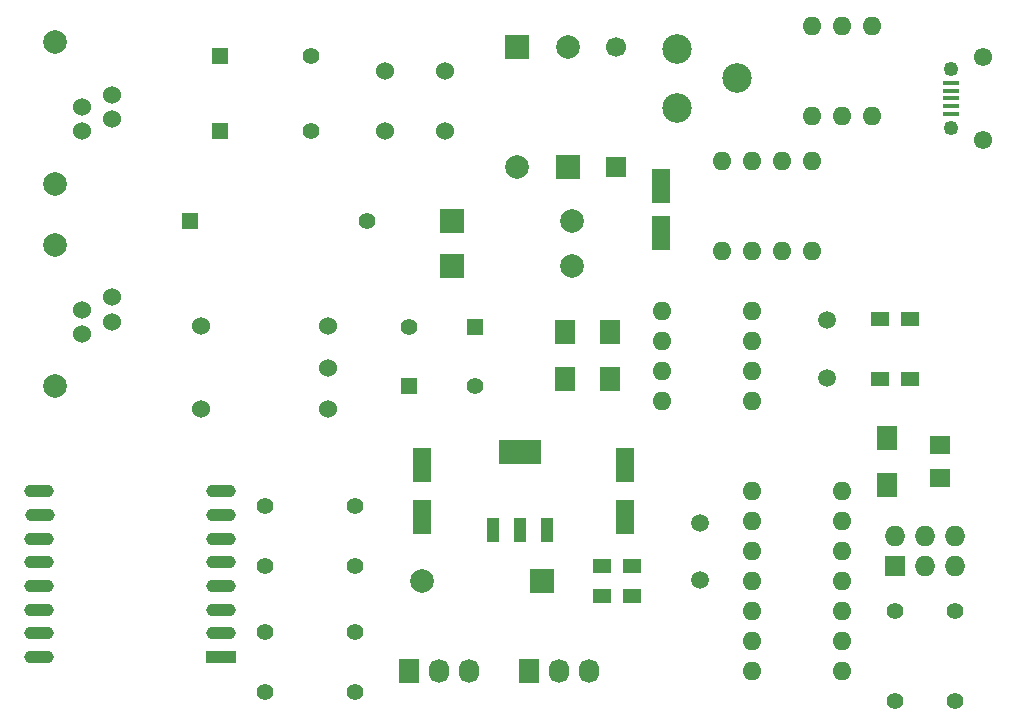
<source format=gts>
G04 #@! TF.FileFunction,Soldermask,Top*
%FSLAX46Y46*%
G04 Gerber Fmt 4.6, Leading zero omitted, Abs format (unit mm)*
G04 Created by KiCad (PCBNEW 4.0.2+dfsg1-stable) date Sat Feb 27 20:39:48 2016*
%MOMM*%
G01*
G04 APERTURE LIST*
%ADD10C,0.150000*%
%ADD11R,2.500000X1.100000*%
%ADD12O,2.500000X1.100000*%
%ADD13R,1.727200X2.032000*%
%ADD14O,1.727200X2.032000*%
%ADD15C,1.699260*%
%ADD16R,1.699260X1.699260*%
%ADD17R,1.800860X1.597660*%
%ADD18R,1.400000X1.400000*%
%ADD19C,1.400000*%
%ADD20R,1.700000X2.000000*%
%ADD21R,1.500000X1.250000*%
%ADD22R,1.600200X2.999740*%
%ADD23C,1.501140*%
%ADD24O,1.600000X1.600000*%
%ADD25R,3.657600X2.032000*%
%ADD26R,1.016000X2.032000*%
%ADD27C,1.397000*%
%ADD28C,2.499360*%
%ADD29C,1.998980*%
%ADD30R,1.998980X1.998980*%
%ADD31R,1.727200X1.727200*%
%ADD32O,1.727200X1.727200*%
%ADD33C,1.524000*%
%ADD34R,1.350000X0.400000*%
%ADD35C,1.250000*%
%ADD36C,1.550000*%
%ADD37C,2.000000*%
%ADD38R,1.501140X2.999740*%
G04 APERTURE END LIST*
D10*
D11*
X182975000Y-167670000D03*
D12*
X182975000Y-165670000D03*
X182975000Y-163670000D03*
X182975000Y-161670000D03*
X182975000Y-159670000D03*
X182975000Y-157670000D03*
X182975000Y-155670000D03*
X182975000Y-153670000D03*
X167575000Y-153670000D03*
X167675000Y-155670000D03*
X167575000Y-157670000D03*
X167575000Y-159670000D03*
X167575000Y-161670000D03*
X167575000Y-163670000D03*
X167575000Y-165670000D03*
X167575000Y-167670000D03*
D13*
X209042000Y-168910000D03*
D14*
X211582000Y-168910000D03*
X214122000Y-168910000D03*
D15*
X216408000Y-116078000D03*
D16*
X216408000Y-126238000D03*
D17*
X243840000Y-152549860D03*
X243840000Y-149710140D03*
D18*
X198882000Y-144780000D03*
D19*
X198882000Y-139780000D03*
D18*
X204470000Y-139780000D03*
D19*
X204470000Y-144780000D03*
D20*
X212090000Y-144145000D03*
X212090000Y-140145000D03*
X215900000Y-140145000D03*
X215900000Y-144145000D03*
X239395000Y-149130000D03*
X239395000Y-153130000D03*
D21*
X217785000Y-160020000D03*
X215285000Y-160020000D03*
X217785000Y-162560000D03*
X215285000Y-162560000D03*
X238780000Y-139065000D03*
X241280000Y-139065000D03*
X238780000Y-144145000D03*
X241280000Y-144145000D03*
D22*
X200025000Y-151470360D03*
X200025000Y-155869640D03*
X217170000Y-151470360D03*
X217170000Y-155869640D03*
D23*
X223520000Y-161190940D03*
X223520000Y-156309060D03*
X234315000Y-144045940D03*
X234315000Y-139164060D03*
D24*
X233045000Y-125730000D03*
X230505000Y-125730000D03*
X227965000Y-125730000D03*
X225425000Y-125730000D03*
X225425000Y-133350000D03*
X227965000Y-133350000D03*
X230505000Y-133350000D03*
X233045000Y-133350000D03*
D25*
X208280000Y-150368000D03*
D26*
X208280000Y-156972000D03*
X210566000Y-156972000D03*
X205994000Y-156972000D03*
D27*
X194310000Y-154940000D03*
X194310000Y-160020000D03*
X186690000Y-154940000D03*
X186690000Y-160020000D03*
X240030000Y-163830000D03*
X245110000Y-163830000D03*
X240030000Y-171450000D03*
X245110000Y-171450000D03*
X194310000Y-165608000D03*
X194310000Y-170688000D03*
X186690000Y-165608000D03*
X186690000Y-170688000D03*
D28*
X226654360Y-118704360D03*
X221615000Y-121203720D03*
X221615000Y-116205000D03*
D24*
X227965000Y-153670000D03*
X227965000Y-156210000D03*
X227965000Y-158750000D03*
X227965000Y-161290000D03*
X227965000Y-163830000D03*
X227965000Y-166370000D03*
X227965000Y-168910000D03*
X235585000Y-168910000D03*
X235585000Y-166370000D03*
X235585000Y-163830000D03*
X235585000Y-161290000D03*
X235585000Y-158750000D03*
X235585000Y-156210000D03*
X235585000Y-153670000D03*
X220345000Y-138430000D03*
X220345000Y-140970000D03*
X220345000Y-143510000D03*
X220345000Y-146050000D03*
X227965000Y-146050000D03*
X227965000Y-143510000D03*
X227965000Y-140970000D03*
X227965000Y-138430000D03*
X238125000Y-114300000D03*
X235585000Y-114300000D03*
X233045000Y-114300000D03*
X233045000Y-121920000D03*
X235585000Y-121920000D03*
X238125000Y-121920000D03*
D29*
X200025000Y-161292540D03*
D30*
X210185000Y-161292540D03*
D29*
X212725000Y-134620000D03*
D30*
X202565000Y-134620000D03*
D29*
X212725000Y-130794760D03*
D30*
X202565000Y-130794760D03*
D29*
X208031080Y-126238000D03*
D30*
X208031080Y-116078000D03*
D29*
X212344000Y-116078000D03*
D30*
X212344000Y-126238000D03*
D31*
X240030000Y-160020000D03*
D32*
X240030000Y-157480000D03*
X242570000Y-160020000D03*
X242570000Y-157480000D03*
X245110000Y-160020000D03*
X245110000Y-157480000D03*
D18*
X180340000Y-130810000D03*
D19*
X195340000Y-130810000D03*
D18*
X182880000Y-123190000D03*
D19*
X190630000Y-123190000D03*
D18*
X182880000Y-116840000D03*
D19*
X190630000Y-116840000D03*
D33*
X201930000Y-123190000D03*
X196850000Y-123190000D03*
X196850000Y-118110000D03*
X201930000Y-118110000D03*
X192087500Y-146685000D03*
X192087500Y-143192500D03*
X192087500Y-139700000D03*
X181292500Y-139700000D03*
X181292500Y-146685000D03*
D34*
X244817460Y-121696900D03*
X244817460Y-121046900D03*
X244817460Y-120396900D03*
X244817460Y-119746900D03*
X244817460Y-119096900D03*
D35*
X244817460Y-122896900D03*
X244817460Y-117896900D03*
D36*
X247517460Y-123896900D03*
X247517460Y-116896900D03*
D33*
X173750000Y-122170000D03*
X173750000Y-120130000D03*
X171210000Y-121150000D03*
X171210000Y-123190000D03*
D37*
X168910000Y-127660000D03*
X168910000Y-115660000D03*
D33*
X173750000Y-139290000D03*
X173750000Y-137250000D03*
X171210000Y-138270000D03*
X171210000Y-140310000D03*
D37*
X168910000Y-144780000D03*
X168910000Y-132780000D03*
D38*
X220218000Y-131792980D03*
X220218000Y-127795020D03*
D13*
X198882000Y-168910000D03*
D14*
X201422000Y-168910000D03*
X203962000Y-168910000D03*
M02*

</source>
